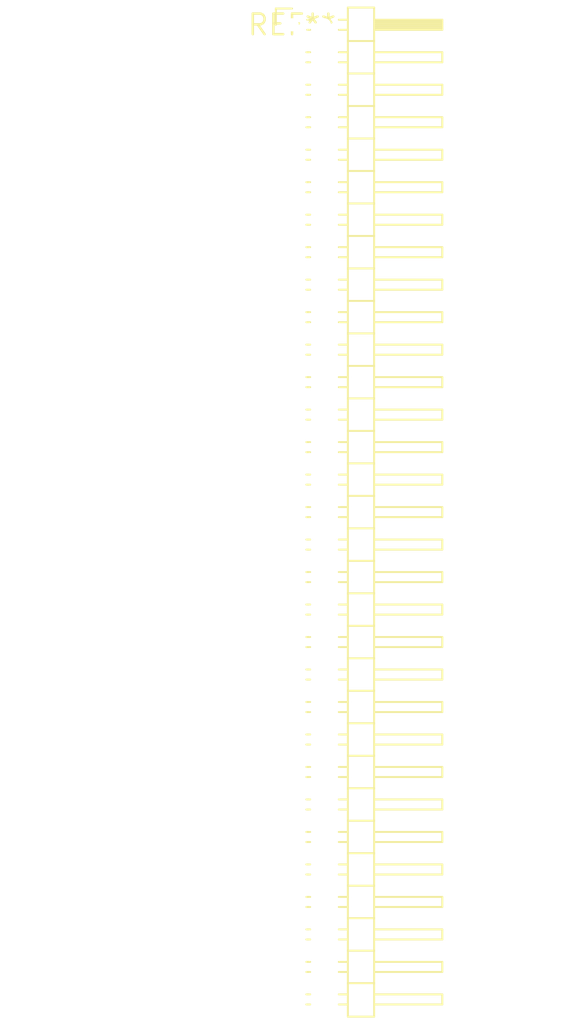
<source format=kicad_pcb>
(kicad_pcb (version 20240108) (generator pcbnew)
  (layers (0 "F.Cu" signal) (31 "B.Cu" signal) (34 "B.Paste" user) (35 "F.Paste" user) (36 "B.SilkS" user "B.Silkscreen") (37 "F.SilkS" user "F.Silkscreen") (38 "B.Mask" user) (39 "F.Mask" user) (44 "Edge.Cuts" user))
  (net 0 "")
  (footprint "PinHeader_2x31_P2.00mm_Horizontal" (layer "F.Cu") (at 0 0)
    (property "Reference" "REF**")
    (property "Value" "PinHeader_2x31_P2.00mm_Horizontal")
    (fp_line (start -1 -1) (end 0 -1) (layer "F.SilkS") (stroke (width 0.12)))
    (fp_line (start -1 0) (end -1 -1) (layer "F.SilkS") (stroke (width 0.12)))
    (fp_line (start 0.882114 1.69) (end 1.117886 1.69) (layer "F.SilkS") (stroke (width 0.12)))
    (fp_line (start 0.882114 2.31) (end 1.117886 2.31) (layer "F.SilkS") (stroke (width 0.12)))
    (fp_line (start 0.882114 3.69) (end 1.117886 3.69) (layer "F.SilkS") (stroke (width 0.12)))
    (fp_line (start 0.882114 4.31) (end 1.117886 4.31) (layer "F.SilkS") (stroke (width 0.12)))
    (fp_line (start 0.882114 5.69) (end 1.117886 5.69) (layer "F.SilkS") (stroke (width 0.12)))
    (fp_line (start 0.882114 6.31) (end 1.117886 6.31) (layer "F.SilkS") (stroke (width 0.12)))
    (fp_line (start 0.882114 7.69) (end 1.117886 7.69) (layer "F.SilkS") (stroke (width 0.12)))
    (fp_line (start 0.882114 8.31) (end 1.117886 8.31) (layer "F.SilkS") (stroke (width 0.12)))
    (fp_line (start 0.882114 9.69) (end 1.117886 9.69) (layer "F.SilkS") (stroke (width 0.12)))
    (fp_line (start 0.882114 10.31) (end 1.117886 10.31) (layer "F.SilkS") (stroke (width 0.12)))
    (fp_line (start 0.882114 11.69) (end 1.117886 11.69) (layer "F.SilkS") (stroke (width 0.12)))
    (fp_line (start 0.882114 12.31) (end 1.117886 12.31) (layer "F.SilkS") (stroke (width 0.12)))
    (fp_line (start 0.882114 13.69) (end 1.117886 13.69) (layer "F.SilkS") (stroke (width 0.12)))
    (fp_line (start 0.882114 14.31) (end 1.117886 14.31) (layer "F.SilkS") (stroke (width 0.12)))
    (fp_line (start 0.882114 15.69) (end 1.117886 15.69) (layer "F.SilkS") (stroke (width 0.12)))
    (fp_line (start 0.882114 16.31) (end 1.117886 16.31) (layer "F.SilkS") (stroke (width 0.12)))
    (fp_line (start 0.882114 17.69) (end 1.117886 17.69) (layer "F.SilkS") (stroke (width 0.12)))
    (fp_line (start 0.882114 18.31) (end 1.117886 18.31) (layer "F.SilkS") (stroke (width 0.12)))
    (fp_line (start 0.882114 19.69) (end 1.117886 19.69) (layer "F.SilkS") (stroke (width 0.12)))
    (fp_line (start 0.882114 20.31) (end 1.117886 20.31) (layer "F.SilkS") (stroke (width 0.12)))
    (fp_line (start 0.882114 21.69) (end 1.117886 21.69) (layer "F.SilkS") (stroke (width 0.12)))
    (fp_line (start 0.882114 22.31) (end 1.117886 22.31) (layer "F.SilkS") (stroke (width 0.12)))
    (fp_line (start 0.882114 23.69) (end 1.117886 23.69) (layer "F.SilkS") (stroke (width 0.12)))
    (fp_line (start 0.882114 24.31) (end 1.117886 24.31) (layer "F.SilkS") (stroke (width 0.12)))
    (fp_line (start 0.882114 25.69) (end 1.117886 25.69) (layer "F.SilkS") (stroke (width 0.12)))
    (fp_line (start 0.882114 26.31) (end 1.117886 26.31) (layer "F.SilkS") (stroke (width 0.12)))
    (fp_line (start 0.882114 27.69) (end 1.117886 27.69) (layer "F.SilkS") (stroke (width 0.12)))
    (fp_line (start 0.882114 28.31) (end 1.117886 28.31) (layer "F.SilkS") (stroke (width 0.12)))
    (fp_line (start 0.882114 29.69) (end 1.117886 29.69) (layer "F.SilkS") (stroke (width 0.12)))
    (fp_line (start 0.882114 30.31) (end 1.117886 30.31) (layer "F.SilkS") (stroke (width 0.12)))
    (fp_line (start 0.882114 31.69) (end 1.117886 31.69) (layer "F.SilkS") (stroke (width 0.12)))
    (fp_line (start 0.882114 32.31) (end 1.117886 32.31) (layer "F.SilkS") (stroke (width 0.12)))
    (fp_line (start 0.882114 33.69) (end 1.117886 33.69) (layer "F.SilkS") (stroke (width 0.12)))
    (fp_line (start 0.882114 34.31) (end 1.117886 34.31) (layer "F.SilkS") (stroke (width 0.12)))
    (fp_line (start 0.882114 35.69) (end 1.117886 35.69) (layer "F.SilkS") (stroke (width 0.12)))
    (fp_line (start 0.882114 36.31) (end 1.117886 36.31) (layer "F.SilkS") (stroke (width 0.12)))
    (fp_line (start 0.882114 37.69) (end 1.117886 37.69) (layer "F.SilkS") (stroke (width 0.12)))
    (fp_line (start 0.882114 38.31) (end 1.117886 38.31) (layer "F.SilkS") (stroke (width 0.12)))
    (fp_line (start 0.882114 39.69) (end 1.117886 39.69) (layer "F.SilkS") (stroke (width 0.12)))
    (fp_line (start 0.882114 40.31) (end 1.117886 40.31) (layer "F.SilkS") (stroke (width 0.12)))
    (fp_line (start 0.882114 41.69) (end 1.117886 41.69) (layer "F.SilkS") (stroke (width 0.12)))
    (fp_line (start 0.882114 42.31) (end 1.117886 42.31) (layer "F.SilkS") (stroke (width 0.12)))
    (fp_line (start 0.882114 43.69) (end 1.117886 43.69) (layer "F.SilkS") (stroke (width 0.12)))
    (fp_line (start 0.882114 44.31) (end 1.117886 44.31) (layer "F.SilkS") (stroke (width 0.12)))
    (fp_line (start 0.882114 45.69) (end 1.117886 45.69) (layer "F.SilkS") (stroke (width 0.12)))
    (fp_line (start 0.882114 46.31) (end 1.117886 46.31) (layer "F.SilkS") (stroke (width 0.12)))
    (fp_line (start 0.882114 47.69) (end 1.117886 47.69) (layer "F.SilkS") (stroke (width 0.12)))
    (fp_line (start 0.882114 48.31) (end 1.117886 48.31) (layer "F.SilkS") (stroke (width 0.12)))
    (fp_line (start 0.882114 49.69) (end 1.117886 49.69) (layer "F.SilkS") (stroke (width 0.12)))
    (fp_line (start 0.882114 50.31) (end 1.117886 50.31) (layer "F.SilkS") (stroke (width 0.12)))
    (fp_line (start 0.882114 51.69) (end 1.117886 51.69) (layer "F.SilkS") (stroke (width 0.12)))
    (fp_line (start 0.882114 52.31) (end 1.117886 52.31) (layer "F.SilkS") (stroke (width 0.12)))
    (fp_line (start 0.882114 53.69) (end 1.117886 53.69) (layer "F.SilkS") (stroke (width 0.12)))
    (fp_line (start 0.882114 54.31) (end 1.117886 54.31) (layer "F.SilkS") (stroke (width 0.12)))
    (fp_line (start 0.882114 55.69) (end 1.117886 55.69) (layer "F.SilkS") (stroke (width 0.12)))
    (fp_line (start 0.882114 56.31) (end 1.117886 56.31) (layer "F.SilkS") (stroke (width 0.12)))
    (fp_line (start 0.882114 57.69) (end 1.117886 57.69) (layer "F.SilkS") (stroke (width 0.12)))
    (fp_line (start 0.882114 58.31) (end 1.117886 58.31) (layer "F.SilkS") (stroke (width 0.12)))
    (fp_line (start 0.882114 59.69) (end 1.117886 59.69) (layer "F.SilkS") (stroke (width 0.12)))
    (fp_line (start 0.882114 60.31) (end 1.117886 60.31) (layer "F.SilkS") (stroke (width 0.12)))
    (fp_line (start 0.935 -0.31) (end 1.117886 -0.31) (layer "F.SilkS") (stroke (width 0.12)))
    (fp_line (start 0.935 0.31) (end 1.117886 0.31) (layer "F.SilkS") (stroke (width 0.12)))
    (fp_line (start 2.882114 -0.31) (end 3.44 -0.31) (layer "F.SilkS") (stroke (width 0.12)))
    (fp_line (start 2.882114 0.31) (end 3.44 0.31) (layer "F.SilkS") (stroke (width 0.12)))
    (fp_line (start 2.882114 1.69) (end 3.44 1.69) (layer "F.SilkS") (stroke (width 0.12)))
    (fp_line (start 2.882114 2.31) (end 3.44 2.31) (layer "F.SilkS") (stroke (width 0.12)))
    (fp_line (start 2.882114 3.69) (end 3.44 3.69) (layer "F.SilkS") (stroke (width 0.12)))
    (fp_line (start 2.882114 4.31) (end 3.44 4.31) (layer "F.SilkS") (stroke (width 0.12)))
    (fp_line (start 2.882114 5.69) (end 3.44 5.69) (layer "F.SilkS") (stroke (width 0.12)))
    (fp_line (start 2.882114 6.31) (end 3.44 6.31) (layer "F.SilkS") (stroke (width 0.12)))
    (fp_line (start 2.882114 7.69) (end 3.44 7.69) (layer "F.SilkS") (stroke (width 0.12)))
    (fp_line (start 2.882114 8.31) (end 3.44 8.31) (layer "F.SilkS") (stroke (width 0.12)))
    (fp_line (start 2.882114 9.69) (end 3.44 9.69) (layer "F.SilkS") (stroke (width 0.12)))
    (fp_line (start 2.882114 10.31) (end 3.44 10.31) (layer "F.SilkS") (stroke (width 0.12)))
    (fp_line (start 2.882114 11.69) (end 3.44 11.69) (layer "F.SilkS") (stroke (width 0.12)))
    (fp_line (start 2.882114 12.31) (end 3.44 12.31) (layer "F.SilkS") (stroke (width 0.12)))
    (fp_line (start 2.882114 13.69) (end 3.44 13.69) (layer "F.SilkS") (stroke (width 0.12)))
    (fp_line (start 2.882114 14.31) (end 3.44 14.31) (layer "F.SilkS") (stroke (width 0.12)))
    (fp_line (start 2.882114 15.69) (end 3.44 15.69) (layer "F.SilkS") (stroke (width 0.12)))
    (fp_line (start 2.882114 16.31) (end 3.44 16.31) (layer "F.SilkS") (stroke (width 0.12)))
    (fp_line (start 2.882114 17.69) (end 3.44 17.69) (layer "F.SilkS") (stroke (width 0.12)))
    (fp_line (start 2.882114 18.31) (end 3.44 18.31) (layer "F.SilkS") (stroke (width 0.12)))
    (fp_line (start 2.882114 19.69) (end 3.44 19.69) (layer "F.SilkS") (stroke (width 0.12)))
    (fp_line (start 2.882114 20.31) (end 3.44 20.31) (layer "F.SilkS") (stroke (width 0.12)))
    (fp_line (start 2.882114 21.69) (end 3.44 21.69) (layer "F.SilkS") (stroke (width 0.12)))
    (fp_line (start 2.882114 22.31) (end 3.44 22.31) (layer "F.SilkS") (stroke (width 0.12)))
    (fp_line (start 2.882114 23.69) (end 3.44 23.69) (layer "F.SilkS") (stroke (width 0.12)))
    (fp_line (start 2.882114 24.31) (end 3.44 24.31) (layer "F.SilkS") (stroke (width 0.12)))
    (fp_line (start 2.882114 25.69) (end 3.44 25.69) (layer "F.SilkS") (stroke (width 0.12)))
    (fp_line (start 2.882114 26.31) (end 3.44 26.31) (layer "F.SilkS") (stroke (width 0.12)))
    (fp_line (start 2.882114 27.69) (end 3.44 27.69) (layer "F.SilkS") (stroke (width 0.12)))
    (fp_line (start 2.882114 28.31) (end 3.44 28.31) (layer "F.SilkS") (stroke (width 0.12)))
    (fp_line (start 2.882114 29.69) (end 3.44 29.69) (layer "F.SilkS") (stroke (width 0.12)))
    (fp_line (start 2.882114 30.31) (end 3.44 30.31) (layer "F.SilkS") (stroke (width 0.12)))
    (fp_line (start 2.882114 31.69) (end 3.44 31.69) (layer "F.SilkS") (stroke (width 0.12)))
    (fp_line (start 2.882114 32.31) (end 3.44 32.31) (layer "F.SilkS") (stroke (width 0.12)))
    (fp_line (start 2.882114 33.69) (end 3.44 33.69) (layer "F.SilkS") (stroke (width 0.12)))
    (fp_line (start 2.882114 34.31) (end 3.44 34.31) (layer "F.SilkS") (stroke (width 0.12)))
    (fp_line (start 2.882114 35.69) (end 3.44 35.69) (layer "F.SilkS") (stroke (width 0.12)))
    (fp_line (start 2.882114 36.31) (end 3.44 36.31) (layer "F.SilkS") (stroke (width 0.12)))
    (fp_line (start 2.882114 37.69) (end 3.44 37.69) (layer "F.SilkS") (stroke (width 0.12)))
    (fp_line (start 2.882114 38.31) (end 3.44 38.31) (layer "F.SilkS") (stroke (width 0.12)))
    (fp_line (start 2.882114 39.69) (end 3.44 39.69) (layer "F.SilkS") (stroke (width 0.12)))
    (fp_line (start 2.882114 40.31) (end 3.44 40.31) (layer "F.SilkS") (stroke (width 0.12)))
    (fp_line (start 2.882114 41.69) (end 3.44 41.69) (layer "F.SilkS") (stroke (width 0.12)))
    (fp_line (start 2.882114 42.31) (end 3.44 42.31) (layer "F.SilkS") (stroke (width 0.12)))
    (fp_line (start 2.882114 43.69) (end 3.44 43.69) (layer "F.SilkS") (stroke (width 0.12)))
    (fp_line (start 2.882114 44.31) (end 3.44 44.31) (layer "F.SilkS") (stroke (width 0.12)))
    (fp_line (start 2.882114 45.69) (end 3.44 45.69) (layer "F.SilkS") (stroke (width 0.12)))
    (fp_line (start 2.882114 46.31) (end 3.44 46.31) (layer "F.SilkS") (stroke (width 0.12)))
    (fp_line (start 2.882114 47.69) (end 3.44 47.69) (layer "F.SilkS") (stroke (width 0.12)))
    (fp_line (start 2.882114 48.31) (end 3.44 48.31) (layer "F.SilkS") (stroke (width 0.12)))
    (fp_line (start 2.882114 49.69) (end 3.44 49.69) (layer "F.SilkS") (stroke (width 0.12)))
    (fp_line (start 2.882114 50.31) (end 3.44 50.31) (layer "F.SilkS") (stroke (width 0.12)))
    (fp_line (start 2.882114 51.69) (end 3.44 51.69) (layer "F.SilkS") (stroke (width 0.12)))
    (fp_line (start 2.882114 52.31) (end 3.44 52.31) (layer "F.SilkS") (stroke (width 0.12)))
    (fp_line (start 2.882114 53.69) (end 3.44 53.69) (layer "F.SilkS") (stroke (width 0.12)))
    (fp_line (start 2.882114 54.31) (end 3.44 54.31) (layer "F.SilkS") (stroke (width 0.12)))
    (fp_line (start 2.882114 55.69) (end 3.44 55.69) (layer "F.SilkS") (stroke (width 0.12)))
    (fp_line (start 2.882114 56.31) (end 3.44 56.31) (layer "F.SilkS") (stroke (width 0.12)))
    (fp_line (start 2.882114 57.69) (end 3.44 57.69) (layer "F.SilkS") (stroke (width 0.12)))
    (fp_line (start 2.882114 58.31) (end 3.44 58.31) (layer "F.SilkS") (stroke (width 0.12)))
    (fp_line (start 2.882114 59.69) (end 3.44 59.69) (layer "F.SilkS") (stroke (width 0.12)))
    (fp_line (start 2.882114 60.31) (end 3.44 60.31) (layer "F.SilkS") (stroke (width 0.12)))
    (fp_line (start 3.44 -1.06) (end 3.44 61.06) (layer "F.SilkS") (stroke (width 0.12)))
    (fp_line (start 3.44 1) (end 5.06 1) (layer "F.SilkS") (stroke (width 0.12)))
    (fp_line (start 3.44 3) (end 5.06 3) (layer "F.SilkS") (stroke (width 0.12)))
    (fp_line (start 3.44 5) (end 5.06 5) (layer "F.SilkS") (stroke (width 0.12)))
    (fp_line (start 3.44 7) (end 5.06 7) (layer "F.SilkS") (stroke (width 0.12)))
    (fp_line (start 3.44 9) (end 5.06 9) (layer "F.SilkS") (stroke (width 0.12)))
    (fp_line (start 3.44 11) (end 5.06 11) (layer "F.SilkS") (stroke (width 0.12)))
    (fp_line (start 3.44 13) (end 5.06 13) (layer "F.SilkS") (stroke (width 0.12)))
    (fp_line (start 3.44 15) (end 5.06 15) (layer "F.SilkS") (stroke (width 0.12)))
    (fp_line (start 3.44 17) (end 5.06 17) (layer "F.SilkS") (stroke (width 0.12)))
    (fp_line (start 3.44 19) (end 5.06 19) (layer "F.SilkS") (stroke (width 0.12)))
    (fp_line (start 3.44 21) (end 5.06 21) (layer "F.SilkS") (stroke (width 0.12)))
    (fp_line (start 3.44 23) (end 5.06 23) (layer "F.SilkS") (stroke (width 0.12)))
    (fp_line (start 3.44 25) (end 5.06 25) (layer "F.SilkS") (stroke (width 0.12)))
    (fp_line (start 3.44 27) (end 5.06 27) (layer "F.SilkS") (stroke (width 0.12)))
    (fp_line (start 3.44 29) (end 5.06 29) (layer "F.SilkS") (stroke (width 0.12)))
    (fp_line (start 3.44 31) (end 5.06 31) (layer "F.SilkS") (stroke (width 0.12)))
    (fp_line (start 3.44 33) (end 5.06 33) (layer "F.SilkS") (stroke (width 0.12)))
    (fp_line (start 3.44 35) (end 5.06 35) (layer "F.SilkS") (stroke (width 0.12)))
    (fp_line (start 3.44 37) (end 5.06 37) (layer "F.SilkS") (stroke (width 0.12)))
    (fp_line (start 3.44 39) (end 5.06 39) (layer "F.SilkS") (stroke (width 0.12)))
    (fp_line (start 3.44 41) (end 5.06 41) (layer "F.SilkS") (stroke (width 0.12)))
    (fp_line (start 3.44 43) (end 5.06 43) (layer "F.SilkS") (stroke (width 0.12)))
    (fp_line (start 3.44 45) (end 5.06 45) (layer "F.SilkS") (stroke (width 0.12)))
    (fp_line (start 3.44 47) (end 5.06 47) (layer "F.SilkS") (stroke (width 0.12)))
    (fp_line (start 3.44 49) (end 5.06 49) (layer "F.SilkS") (stroke (width 0.12)))
    (fp_line (start 3.44 51) (end 5.06 51) (layer "F.SilkS") (stroke (width 0.12)))
    (fp_line (start 3.44 53) (end 5.06 53) (layer "F.SilkS") (stroke (width 0.12)))
    (fp_line (start 3.44 55) (end 5.06 55) (layer "F.SilkS") (stroke (width 0.12)))
    (fp_line (start 3.44 57) (end 5.06 57) (layer "F.SilkS") (stroke (width 0.12)))
    (fp_line (start 3.44 59) (end 5.06 59) (layer "F.SilkS") (stroke (width 0.12)))
    (fp_line (start 3.44 61.06) (end 5.06 61.06) (layer "F.SilkS") (stroke (width 0.12)))
    (fp_line (start 5.06 -1.06) (end 3.44 -1.06) (layer "F.SilkS") (stroke (width 0.12)))
    (fp_line (start 5.06 -0.31) (end 9.26 -0.31) (layer "F.SilkS") (stroke (width 0.12)))
    (fp_line (start 5.06 -0.25) (end 9.26 -0.25) (layer "F.SilkS") (stroke (width 0.12)))
    (fp_line (start 5.06 -0.13) (end 9.26 -0.13) (layer "F.SilkS") (stroke (width 0.12)))
    (fp_line (start 5.06 -0.01) (end 9.26 -0.01) (layer "F.SilkS") (stroke (width 0.12)))
    (fp_line (start 5.06 0.11) (end 9.26 0.11) (layer "F.SilkS") (stroke (width 0.12)))
    (fp_line (start 5.06 0.23) (end 9.26 0.23) (layer "F.SilkS") (stroke (width 0.12)))
    (fp_line (start 5.06 1.69) (end 9.26 1.69) (layer "F.SilkS") (stroke (width 0.12)))
    (fp_line (start 5.06 3.69) (end 9.26 3.69) (layer "F.SilkS") (stroke (width 0.12)))
    (fp_line (start 5.06 5.69) (end 9.26 5.69) (layer "F.SilkS") (stroke (width 0.12)))
    (fp_line (start 5.06 7.69) (end 9.26 7.69) (layer "F.SilkS") (stroke (width 0.12)))
    (fp_line (start 5.06 9.69) (end 9.26 9.69) (layer "F.SilkS") (stroke (width 0.12)))
    (fp_line (start 5.06 11.69) (end 9.26 11.69) (layer "F.SilkS") (stroke (width 0.12)))
    (fp_line (start 5.06 13.69) (end 9.26 13.69) (layer "F.SilkS") (stroke (width 0.12)))
    (fp_line (start 5.06 15.69) (end 9.26 15.69) (layer "F.SilkS") (stroke (width 0.12)))
    (fp_line (start 5.06 17.69) (end 9.26 17.69) (layer "F.SilkS") (stroke (width 0.12)))
    (fp_line (start 5.06 19.69) (end 9.26 19.69) (layer "F.SilkS") (stroke (width 0.12)))
    (fp_line (start 5.06 21.69) (end 9.26 21.69) (layer "F.SilkS") (stroke (width 0.12)))
    (fp_line (start 5.06 23.69) (end 9.26 23.69) (layer "F.SilkS") (stroke (width 0.12)))
    (fp_line (start 5.06 25.69) (end 9.26 25.69) (layer "F.SilkS") (stroke (width 0.12)))
    (fp_line (start 5.06 27.69) (end 9.26 27.69) (layer "F.SilkS") (stroke (width 0.12)))
    (fp_line (start 5.06 29.69) (end 9.26 29.69) (layer "F.SilkS") (stroke (width 0.12)))
    (fp_line (start 5.06 31.69) (end 9.26 31.69) (layer "F.SilkS") (stroke (width 0.12)))
    (fp_line (start 5.06 33.69) (end 9.26 33.69) (layer "F.SilkS") (stroke (width 0.12)))
    (fp_line (start 5.06 35.69) (end 9.26 35.69) (layer "F.SilkS") (stroke (width 0.12)))
    (fp_line (start 5.06 37.69) (end 9.26 37.69) (layer "F.SilkS") (stroke (width 0.12)))
    (fp_line (start 5.06 39.69) (end 9.26 39.69) (layer "F.SilkS") (stroke (width 0.12)))
    (fp_line (start 5.06 41.69) (end 9.26 41.69) (layer "F.SilkS") (stroke (width 0.12)))
    (fp_line (start 5.06 43.69) (end 9.26 43.69) (layer "F.SilkS") (stroke (width 0.12)))
    (fp_line (start 5.06 45.69) (end 9.26 45.69) (layer "F.SilkS") (stroke (width 0.12)))
    (fp_line (start 5.06 47.69) (end 9.26 47.69) (layer "F.SilkS") (stroke (width 0.12)))
    (fp_line (start 5.06 49.69) (end 9.26 49.69) (layer "F.SilkS") (stroke (width 0.12)))
    (fp_line (start 5.06 51.69) (end 9.26 51.69) (layer "F.SilkS") (stroke (width 0.12)))
    (fp_line (start 5.06 53.69) (end 9.26 53.69) (layer "F.SilkS") (stroke (width 0.12)))
    (fp_line (start 5.06 55.69) (end 9.26 55.69) (layer "F.SilkS") (stroke (width 0.12)))
    (fp_line (start 5.06 57.69) (end 9.26 57.69) (layer "F.SilkS") (stroke (width 0.12)))
    (fp_line (start 5.06 59.69) (end 9.26 59.69) (layer "F.SilkS") (stroke (width 0.12)))
    (fp_line (start 5.06 61.06) (end 5.06 -1.06) (layer "F.SilkS") (stroke (width 0.12)))
    (fp_line (start 9.26 -0.31) (end 9.26 0.31) (layer "F.SilkS") (stroke (width 0.12)))
    (fp_line (start 9.26 0.31) (end 5.06 0.31) (layer "F.SilkS") (stroke (width 0.12)))
    (fp_line (start 9.26 1.69) (end 9.26 2.31) (layer "F.SilkS") (stroke (width 0.12)))
    (fp_line (start 9.26 2.31) (end 5.06 2.31) (layer "F.SilkS") (stroke (width 0.12)))
    (fp_line (start 9.26 3.69) (end 9.26 4.31) (layer "F.SilkS") (stroke (width 0.12)))
    (fp_line (start 9.26 4.31) (end 5.06 4.31) (layer "F.SilkS") (stroke (width 0.12)))
    (fp_line (start 9.26 5.69) (end 9.26 6.31) (layer "F.SilkS") (stroke (width 0.12)))
    (fp_line (start 9.26 6.31) (end 5.06 6.31) (layer "F.SilkS") (stroke (width 0.12)))
    (fp_line (start 9.26 7.69) (end 9.26 8.31) (layer "F.SilkS") (stroke (width 0.12)))
    (fp_line (start 9.26 8.31) (end 5.06 8.31) (layer "F.SilkS") (stroke (width 0.12)))
    (fp_line (start 9.26 9.69) (end 9.26 10.31) (layer "F.SilkS") (stroke (width 0.12)))
    (fp_line (start 9.26 10.31) (end 5.06 10.31) (layer "F.SilkS") (stroke (width 0.12)))
    (fp_line (start 9.26 11.69) (end 9.26 12.31) (layer "F.SilkS") (stroke (width 0.12)))
    (fp_line (start 9.26 12.31) (end 5.06 12.31) (layer "F.SilkS") (stroke (width 0.12)))
    (fp_line (start 9.26 13.69) (end 9.26 14.31) (layer "F.SilkS") (stroke (width 0.12)))
    (fp_line (start 9.26 14.31) (end 5.06 14.31) (layer "F.SilkS") (stroke (width 0.12)))
    (fp_line (start 9.26 15.69) (end 9.26 16.31) (layer "F.SilkS") (stroke (width 0.12)))
    (fp_line (start 9.26 16.31) (end 5.06 16.31) (layer "F.SilkS") (stroke (width 0.12)))
    (fp_line (start 9.26 17.69) (end 9.26 18.31) (layer "F.SilkS") (stroke (width 0.12)))
    (fp_line (start 9.26 18.31) (end 5.06 18.31) (layer "F.SilkS") (stroke (width 0.12)))
    (fp_line (start 9.26 19.69) (end 9.26 20.31) (layer "F.SilkS") (stroke (width 0.12)))
    (fp_line (start 9.26 20.31) (end 5.06 20.31) (layer "F.SilkS") (stroke (width 0.12)))
    (fp_line (start 9.26 21.69) (end 9.26 22.31) (layer "F.SilkS") (stroke (width 0.12)))
    (fp_line (start 9.26 22.31) (end 5.06 22.31) (layer "F.SilkS") (stroke (width 0.12)))
    (fp_line (start 9.26 23.69) (end 9.26 24.31) (layer "F.SilkS") (stroke (width 0.12)))
    (fp_line (start 9.26 24.31) (end 5.06 24.31) (layer "F.SilkS") (stroke (width 0.12)))
    (fp_line (start 9.26 25.69) (end 9.26 26.31) (layer "F.SilkS") (stroke (width 0.12)))
    (fp_line (start 9.26 26.31) (end 5.06 26.31) (layer "F.SilkS") (stroke (width 0.12)))
    (fp_line (start 9.26 27.69) (end 9.26 28.31) (layer "F.SilkS") (stroke (width 0.12)))
    (fp_line (start 9.26 28.31) (end 5.06 28.31) (layer "F.SilkS") (stroke (width 0.12)))
    (fp_line (start 9.26 29.69) (end 9.26 30.31) (layer "F.SilkS") (stroke (width 0.12)))
    (fp_line (start 9.26 30.31) (end 5.06 30.31) (layer "F.SilkS") (stroke (width 0.12)))
    (fp_line (start 9.26 31.69) (end 9.26 32.31) (layer "F.SilkS") (stroke (width 0.12)))
    (fp_line (start 9.26 32.31) (end 5.06 32.31) (layer "F.SilkS") (stroke (width 0.12)))
    (fp_line (start 9.26 33.69) (end 9.26 34.31) (layer "F.SilkS") (stroke (width 0.12)))
    (fp_line (start 9.26 34.31) (end 5.06 34.31) (layer "F.SilkS") (stroke (width 0.12)))
    (fp_line (start 9.26 35.69) (end 9.26 36.31) (layer "F.SilkS") (stroke (width 0.12)))
    (fp_line (start 9.26 36.31) (end 5.06 36.31) (layer "F.SilkS") (stroke (width 0.12)))
    (fp_line (start 9.26 37.69) (end 9.26 38.31) (layer "F.SilkS") (stroke (width 0.12)))
    (fp_line (start 9.26 38.31) (end 5.06 38.31) (layer "F.SilkS") (stroke (width 0.12)))
    (fp_line (start 9.26 39.69) (end 9.26 40.31) (layer "F.SilkS") (stroke (width 0.12)))
    (fp_line (start 9.26 40.31) (end 5.06 40.31) (layer "F.SilkS") (stroke (width 0.12)))
    (fp_line (start 9.26 41.69) (end 9.26 42.31) (layer "F.SilkS") (stroke (width 0.12)))
    (fp_line (start 9.26 42.31) (end 5.06 42.31) (layer "F.SilkS") (stroke (width 0.12)))
    (fp_line (start 9.26 43.69) (end 9.26 44.31) (layer "F.SilkS") (stroke (width 0.12)))
    (fp_line (start 9.26 44.31) (end 5.06 44.31) (layer "F.SilkS") (stroke (width 0.12)))
    (fp_line (start 9.26 45.69) (end 9.26 46.31) (layer "F.SilkS") (stroke (width 0.12)))
    (fp_line (start 9.26 46.31) (end 5.06 46.31) (layer "F.SilkS") (stroke (width 0.12)))
    (fp_line (start 9.26 47.69) (end 9.26 48.31) (layer "F.SilkS") (stroke (width 0.12)))
    (fp_line (start 9.26 48.31) (end 5.06 48.31) (layer "F.SilkS") (stroke (width 0.12)))
    (fp_line (start 9.26 49.69) (end 9.26 50.31) (layer "F.SilkS") (stroke (width 0.12)))
    (fp_line (start 9.26 50.31) (end 5.06 50.31) (layer "F.SilkS") (stroke (width 0.12)))
    (fp_line (start 9.26 51.69) (end 9.26 52.31) (layer "F.SilkS") (stroke (width 0.12)))
    (fp_line (start 9.26 52.31) (end 5.06 52.31) (layer "F.SilkS") (stroke (width 0.12)))
    (fp_line (start 9.26 53.69) (end 9.26 54.31) (layer "F.SilkS") (stroke (width 0.12)))
    (fp_line (start 9.26 54.31) (end 5.06 54.31) (layer "F.SilkS") (stroke (width 0.12)))
    (fp_line (start 9.26 55.69) (end 9.26 56.31) (layer "F.SilkS") (stroke (width 0.12)))
    (fp_line (start 9.26 56.31) (end 5.06 56.31) (layer "F.SilkS") (stroke (width 0.12)))
    (fp_line (start 9.26 57.69) (end 9.26 58.31) (layer "F.SilkS") (stroke (width 0.12)))
    (fp_line (start 9.26 58.31) (end 5.06 58.31) (layer "F.SilkS") (stroke (width 0.12)))
    (fp_line (start 9.26 59.69) (end 9.26 60.31) (layer "F.SilkS") (stroke (width 0.12)))
    (fp_line (start 9.26 60.31) (end 5.06 60.31) (layer "F.SilkS") (stroke (width 0.12)))
    (pad "1" thru_hole rect (at 0 0) (size 1.35 1.35) (drill 0.8) (layers *.Cu *.Mask) (remove_unused_layers))
    (pad "2" thru_hole oval (at 2 0) (size 1.35 1.35) (drill 0.8) (layers *.Cu *.Mask) (remove_unused_layers))
    (pad "3" thru_hole oval (at 0 2) (size 1.35 1.35) (drill 0.8) (layers *.Cu *.Mask) (remove_unused_layers))
    (pad "4" thru_hole oval (at 2 2) (size 1.35 1.35) (drill 0.8) (layers *.Cu *.Mask) (remove_unused_layers))
    (pad "5" thru_hole oval (at 0 4) (size 1.35 1.35) (drill 0.8) (layers *.Cu *.Mask) (remove_unused_layers))
    (pad "6" thru_hole oval (at 2 4) (size 1.35 1.35) (drill 0.8) (layers *.Cu *.Mask) (remove_unused_layers))
    (pad "7" thru_hole oval (at 0 6) (size 1.35 1.35) (drill 0.8) (layers *.Cu *.Mask) (remove_unused_layers))
    (pad "8" thru_hole oval (at 2 6) (size 1.35 1.35) (drill 0.8) (layers *.Cu *.Mask) (remove_unused_layers))
    (pad "9" thru_hole oval (at 0 8) (size 1.35 1.35) (drill 0.8) (layers *.Cu *.Mask) (remove_unused_layers))
    (pad "10" thru_hole oval (at 2 8) (size 1.35 1.35) (drill 0.8) (layers *.Cu *.Mask) (remove_unused_layers))
    (pad "11" thru_hole oval (at 0 10) (size 1.35 1.35) (drill 0.8) (layers *.Cu *.Mask) (remove_unused_layers))
    (pad "12" thru_hole oval (at 2 10) (size 1.35 1.35) (drill 0.8) (layers *.Cu *.Mask) (remove_unused_layers))
    (pad "13" thru_hole oval (at 0 12) (size 1.35 1.35) (drill 0.8) (layers *.Cu *.Mask) (remove_unused_layers))
    (pad "14" thru_hole oval (at 2 12) (size 1.35 1.35) (drill 0.8) (layers *.Cu *.Mask) (remove_unused_layers))
    (pad "15" thru_hole oval (at 0 14) (size 1.35 1.35) (drill 0.8) (layers *.Cu *.Mask) (remove_unused_layers))
    (pad "16" thru_hole oval (at 2 14) (size 1.35 1.35) (drill 0.8) (layers *.Cu *.Mask) (remove_unused_layers))
    (pad "17" thru_hole oval (at 0 16) (size 1.35 1.35) (drill 0.8) (layers *.Cu *.Mask) (remove_unused_layers))
    (pad "18" thru_hole oval (at 2 16) (size 1.35 1.35) (drill 0.8) (layers *.Cu *.Mask) (remove_unused_layers))
    (pad "19" thru_hole oval (at 0 18) (size 1.35 1.35) (drill 0.8) (layers *.Cu *.Mask) (remove_unused_layers))
    (pad "20" thru_hole oval (at 2 18) (size 1.35 1.35) (drill 0.8) (layers *.Cu *.Mask) (remove_unused_layers))
    (pad "21" thru_hole oval (at 0 20) (size 1.35 1.35) (drill 0.8) (layers *.Cu *.Mask) (remove_unused_layers))
    (pad "22" thru_hole oval (at 2 20) (size 1.35 1.35) (drill 0.8) (layers *.Cu *.Mask) (remove_unused_layers))
    (pad "23" thru_hole oval (at 0 22) (size 1.35 1.35) (drill 0.8) (layers *.Cu *.Mask) (remove_unused_layers))
    (pad "24" thru_hole oval (at 2 22) (size 1.35 1.35) (drill 0.8) (layers *.Cu *.Mask) (remove_unused_layers))
    (pad "25" thru_hole oval (at 0 24) (size 1.35 1.35) (drill 0.8) (layers *.Cu *.Mask) (remove_unused_layers))
    (pad "26" thru_hole oval (at 2 24) (size 1.35 1.35) (drill 0.8) (layers *.Cu *.Mask) (remove_unused_layers))
    (pad "27" thru_hole oval (at 0 26) (size 1.35 1.35) (drill 0.8) (layers *.Cu *.Mask) (remove_unused_layers))
    (pad "28" thru_hole oval (at 2 26) (size 1.35 1.35) (drill 0.8) (layers *.Cu *.Mask) (remove_unused_layers))
    (pad "29" thru_hole oval (at 0 28) (size 1.35 1.35) (drill 0.8) (layers *.Cu *.Mask) (remove_unused_layers))
    (pad "30" thru_hole oval (at 2 28) (size 1.35 1.35) (drill 0.8) (layers *.Cu *.Mask) (remove_unused_layers))
    (pad "31" thru_hole oval (at 0 30) (size 1.35 1.35) (drill 0.8) (layers *.Cu *.Mask) (remove_unused_layers))
    (pad "32" thru_hole oval (at 2 30) (size 1.35 1.35) (drill 0.8) (layers *.Cu *.Mask) (remove_unused_layers))
    (pad "33" thru_hole oval (at 0 32) (size 1.35 1.35) (drill 0.8) (layers *.Cu *.Mask) (remove_unused_layers))
    (pad "34" thru_hole oval (at 2 32) (size 1.35 1.35) (drill 0.8) (layers *.Cu *.Mask) (remove_unused_layers))
    (pad "35" thru_hole oval (at 0 34) (size 1.35 1.35) (drill 0.8) (layers *.Cu *.Mask) (remove_unused_layers))
    (pad "36" thru_hole oval (at 2 34) (size 1.35 1.35) (drill 0.8) (layers *.Cu *.Mask) (remove_unused_layers))
    (pad "37" thru_hole oval (at 0 36) (size 1.35 1.35) (drill 0.8) (layers *.Cu *.Mask) (remove_unused_layers))
    (pad "38" thru_hole oval (at 2 36) (size 1.35 1.35) (drill 0.8) (layers *.Cu *.Mask) (remove_unused_layers))
    (pad "39" thru_hole oval (at 0 38) (size 1.35 1.35) (drill 0.8) (layers *.Cu *.Mask) (remove_unused_layers))
    (pad "40" thru_hole oval (at 2 38) (size 1.35 1.35) (drill 0.8) (layers *.Cu *.Mask) (remove_unused_layers))
    (pad "41" thru_hole oval (at 0 40) (size 1.35 1.35) (drill 0.8) (layers *.Cu *.Mask) (remove_unused_layers))
    (pad "42" thru_hole oval (at 2 40) (size 1.35 1.35) (drill 0.8) (layers *.Cu *.Mask) (remove_unused_layers))
    (pad "43" thru_hole oval (at 0 42) (size 1.35 1.35) (drill 0.8) (layers *.Cu *.Mask) (remove_unused_layers))
    (pad "44" thru_hole oval (at 2 42) (size 1.35 1.35) (drill 0.8) (layers *.Cu *.Mask) (remove_unused_layers))
    (pad "45" thru_hole oval (at 0 44) (size 1.35 1.35) (drill 0.8) (layers *.Cu *.Mask) (remove_unused_layers))
    (pad "46" thru_hole oval (at 2 44) (size 1.35 1.35) (drill 0.8) (layers *.Cu *.Mask) (remove_unused_layers))
    (pad "47" thru_hole oval (at 0 46) (size 1.35 1.35) (drill 0.8) (layers *.Cu *.Mask) (remove_unused_layers))
    (pad "48" thru_hole oval (at 2 46) (size 1.35 1.35) (drill 0.8) (layers *.Cu *.Mask) (remove_unused_layers))
    (pad "49" thru_hole oval (at 0 48) (size 1.35 1.35) (drill 0.8) (layers *.Cu *.Mask) (remove_unused_layers))
    (pad "50" thru_hole oval (at 2 48) (size 1.35 1.35) (drill 0.8) (layers *.Cu *.Mask) (remove_unused_layers))
    (pad "51" thru_hole oval (at 0 50) (size 1.35 1.35) (drill 0.8) (layers *.Cu *.Mask) (remove_unused_layers))
    (pad "52" thru_hole oval (at 2 50) (size 1.35 1.35) (drill 0.8) (layers *.Cu *.Mask) (remove_unused_layers))
    (pad "53" thru_hole oval (at 0 52) (size 1.35 1.35) (drill 0.8) (layers *.Cu *.Mask) (remove_unused_layers))
    (pad "54" thru_hole oval (at 2 52) (size 1.35 1.35) (drill 0.8) (layers *.Cu *.Mask) (remove_unused_layers))
    (pad "55" thru_hole oval (at 0 54) (size 1.35 1.35) (drill 0.8) (layers *.Cu *.Mask) (remove_unused_layers))
    (pad "56" thru_hole oval (at 2 54) (size 1.35 1.35) (drill 0.8) (layers *.Cu *.Mask) (remove_unused_layers))
    (pad "57" thru_hole oval (at 0 56) (size 1.35 1.35) (drill 0.8) (layers *.Cu *.Mask) (remove_unused_layers))
    (pad "58" thru_hole oval (at 2 56) (size 1.35 1.35) (drill 0.8) (layers *.Cu *.Mask) (remove_unused_layers))
    (pad "59" thru_hole oval (at 0 58) (size 1.35 1.35) (drill 0.8) (layers *.Cu *.Mask) (remove_unused_layers))
    (pad "60" thru_hole oval (at 2 58) (size 1.35 1.35) (drill 0.8) (layers *.Cu *.Mask) (remove_unused_layers))
    (pad "61" thru_hole oval (at 0 60) (size 1.35 1.35) (drill 0.8) (layers *.Cu *.Mask) (remove_unused_layers))
    (pad "62" thru_hole oval (at 2 60) (size 1.35 1.35) (drill 0.8) (layers *.Cu *.Mask) (remove_unused_layers))
  )
)
</source>
